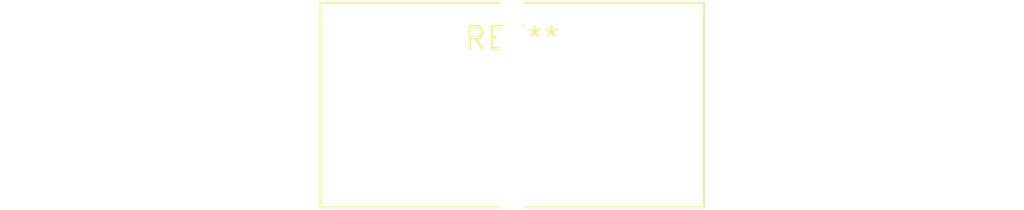
<source format=kicad_pcb>
(kicad_pcb (version 20240108) (generator pcbnew)
  (layers (0 "F.Cu" signal) (31 "B.Cu" signal) (34 "B.Paste" user) (35 "F.Paste" user) (36 "B.SilkS" user "B.Silkscreen") (37 "F.SilkS" user "F.Silkscreen") (38 "B.Mask" user) (39 "F.Mask" user) (44 "Edge.Cuts" user))
  (net 0 "")
  (footprint "L_Toroid_Vertical_L21.6mm_W11.4mm_P7.62mm_Pulse_KM-3" (layer "F.Cu") (at 0 0)
    (property "Reference" "REF**")
    (property "Value" "L_Toroid_Vertical_L21.6mm_W11.4mm_P7.62mm_Pulse_KM-3")
    (fp_line (start -10.915 -2.025) (end -10.915 9.645) (layer "F.SilkS") (stroke (width 0.12)))
    (fp_line (start -10.915 -2.025) (end -0.725 -2.025) (layer "F.SilkS") (stroke (width 0.12)))
    (fp_line (start -10.915 9.645) (end -0.725 9.645) (layer "F.SilkS") (stroke (width 0.12)))
    (fp_line (start 0.725 -2.025) (end 10.915 -2.025) (layer "F.SilkS") (stroke (width 0.12)))
    (fp_line (start 0.725 9.645) (end 10.915 9.645) (layer "F.SilkS") (stroke (width 0.12)))
    (fp_line (start 10.915 -2.025) (end 10.915 9.645) (layer "F.SilkS") (stroke (width 0.12)))
    (pad "1" thru_hole circle (at 0 0) (size 3.6 3.6) (drill 1.8) (layers *.Cu *.Mask) (remove_unused_layers))
    (pad "2" thru_hole circle (at 0 7.62) (size 3.6 3.6) (drill 1.8) (layers *.Cu *.Mask) (remove_unused_layers))
  )
)
</source>
